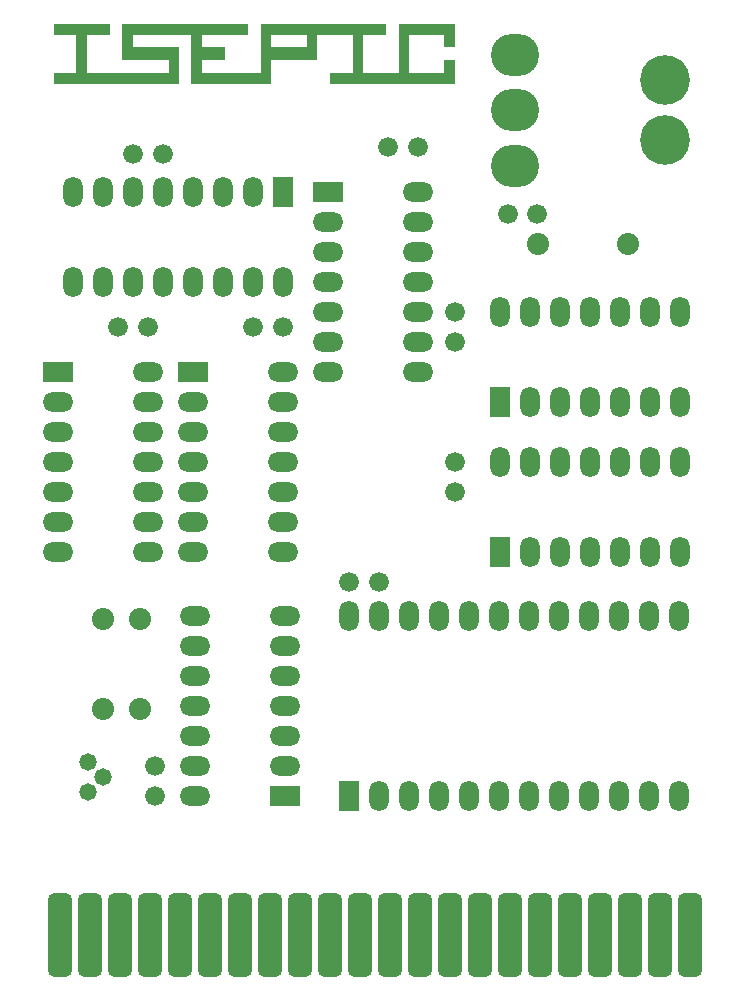
<source format=gts>
G04*
G04 #@! TF.GenerationSoftware,Altium Limited,Altium Designer,21.2.2 (38)*
G04*
G04 Layer_Color=8388736*
%FSLAX25Y25*%
%MOIN*%
G70*
G04*
G04 #@! TF.SameCoordinates,E534A7AC-AC44-48D5-B16F-5E538074D1C0*
G04*
G04*
G04 #@! TF.FilePolarity,Negative*
G04*
G01*
G75*
G04:AMPARAMS|DCode=14|XSize=81.73mil|YSize=278.58mil|CornerRadius=21.18mil|HoleSize=0mil|Usage=FLASHONLY|Rotation=0.000|XOffset=0mil|YOffset=0mil|HoleType=Round|Shape=RoundedRectangle|*
%AMROUNDEDRECTD14*
21,1,0.08173,0.23622,0,0,0.0*
21,1,0.03937,0.27858,0,0,0.0*
1,1,0.04236,0.01968,-0.11811*
1,1,0.04236,-0.01968,-0.11811*
1,1,0.04236,-0.01968,0.11811*
1,1,0.04236,0.01968,0.11811*
%
%ADD14ROUNDEDRECTD14*%
%ADD15R,0.10142X0.06598*%
%ADD16O,0.10142X0.06598*%
%ADD17C,0.05811*%
%ADD18C,0.06598*%
%ADD19C,0.07386*%
%ADD20O,0.16047X0.14079*%
%ADD21O,0.06598X0.10142*%
%ADD22R,0.06598X0.10142*%
%ADD23C,0.16548*%
G36*
X147327Y315822D02*
X143710D01*
Y319865D01*
X132114D01*
Y307205D01*
X143710D01*
Y311460D01*
X147327D01*
Y303375D01*
X105529D01*
X105516Y303388D01*
Y307205D01*
X113276D01*
X113256Y307224D01*
Y319865D01*
X101487D01*
X101473Y319852D01*
Y311460D01*
X86167D01*
X86153Y311447D01*
Y303375D01*
X59556D01*
X59330Y303601D01*
Y319865D01*
X40086D01*
Y315822D01*
X55407D01*
X55373Y315789D01*
Y303375D01*
X13596D01*
Y307205D01*
X21136D01*
X21149Y307218D01*
X21136Y307231D01*
Y319865D01*
X13596D01*
Y323588D01*
X32427D01*
Y319865D01*
X24660D01*
Y307218D01*
X51869D01*
X51882Y307205D01*
X51896Y307218D01*
Y311460D01*
X36469D01*
X36509Y311500D01*
Y323575D01*
X78480D01*
X78493Y323588D01*
Y319865D01*
X63173D01*
Y315822D01*
X70727D01*
Y311460D01*
X63186D01*
X63173Y311447D01*
Y307205D01*
X82536D01*
Y323588D01*
X124414D01*
X124453Y323549D01*
Y319865D01*
X116807D01*
X116793Y319852D01*
Y307205D01*
X128603D01*
Y323588D01*
X147327D01*
Y315822D01*
D02*
G37*
%LPC*%
G36*
X97856Y319865D02*
X86167D01*
Y315822D01*
X97843D01*
X97856Y315835D01*
Y319865D01*
D02*
G37*
%LPD*%
D14*
X225700Y19800D02*
D03*
X215700D02*
D03*
X205700D02*
D03*
X195700D02*
D03*
X185700D02*
D03*
X175700D02*
D03*
X165700D02*
D03*
X155700D02*
D03*
X145700D02*
D03*
X135700D02*
D03*
X125700D02*
D03*
X115700D02*
D03*
X105700D02*
D03*
X95700D02*
D03*
X85700D02*
D03*
X75700D02*
D03*
X65700D02*
D03*
X55700D02*
D03*
X45700D02*
D03*
X35700D02*
D03*
X25700D02*
D03*
X15700D02*
D03*
D15*
X105000Y267500D02*
D03*
X90551Y66100D02*
D03*
X60000Y207500D02*
D03*
X15000D02*
D03*
D16*
X90000Y157500D02*
D03*
X45000Y197500D02*
D03*
X90551Y76100D02*
D03*
Y86100D02*
D03*
Y96100D02*
D03*
Y106100D02*
D03*
Y116100D02*
D03*
Y126100D02*
D03*
X60551Y66100D02*
D03*
Y76100D02*
D03*
Y86100D02*
D03*
Y96100D02*
D03*
Y106100D02*
D03*
Y116100D02*
D03*
Y126100D02*
D03*
X60000Y197500D02*
D03*
Y187500D02*
D03*
Y177500D02*
D03*
Y167500D02*
D03*
Y157500D02*
D03*
Y147500D02*
D03*
X90000Y207500D02*
D03*
Y197500D02*
D03*
Y187500D02*
D03*
Y177500D02*
D03*
Y167500D02*
D03*
Y147500D02*
D03*
X15000Y197500D02*
D03*
Y187500D02*
D03*
Y177500D02*
D03*
Y167500D02*
D03*
Y157500D02*
D03*
Y147500D02*
D03*
X45000Y207500D02*
D03*
Y187500D02*
D03*
Y177500D02*
D03*
Y167500D02*
D03*
Y157500D02*
D03*
Y147500D02*
D03*
X105000Y257500D02*
D03*
Y247500D02*
D03*
Y237500D02*
D03*
Y227500D02*
D03*
Y217500D02*
D03*
Y207500D02*
D03*
X135000Y267500D02*
D03*
Y257500D02*
D03*
Y247500D02*
D03*
Y237500D02*
D03*
Y227500D02*
D03*
Y217500D02*
D03*
Y207500D02*
D03*
D17*
X25000Y67500D02*
D03*
X30000Y72500D02*
D03*
X25000Y77500D02*
D03*
D18*
X165000Y260000D02*
D03*
X174843D02*
D03*
X147500Y177500D02*
D03*
Y167500D02*
D03*
X45000Y222500D02*
D03*
X35000D02*
D03*
X122170Y137500D02*
D03*
X112170D02*
D03*
X40000Y280000D02*
D03*
X50000D02*
D03*
X147500Y217500D02*
D03*
Y227500D02*
D03*
X47500Y76100D02*
D03*
Y66100D02*
D03*
X125000Y282500D02*
D03*
X135000D02*
D03*
X80000Y222500D02*
D03*
X90000D02*
D03*
D19*
X205000Y250000D02*
D03*
X175000D02*
D03*
X30000Y125000D02*
D03*
Y95000D02*
D03*
X42500Y125000D02*
D03*
Y95000D02*
D03*
D20*
X167489Y276196D02*
D03*
Y294700D02*
D03*
Y313204D02*
D03*
D21*
X222500Y227500D02*
D03*
X212500D02*
D03*
X202500D02*
D03*
X192500D02*
D03*
X182500D02*
D03*
X172500D02*
D03*
X162500D02*
D03*
X222500Y197500D02*
D03*
X212500D02*
D03*
X202500D02*
D03*
X192500D02*
D03*
X182500D02*
D03*
X172500D02*
D03*
X90000Y237500D02*
D03*
X80000D02*
D03*
X30000D02*
D03*
X20000D02*
D03*
X70000D02*
D03*
X60000D02*
D03*
X50000D02*
D03*
X40000D02*
D03*
X20000Y267500D02*
D03*
X80000D02*
D03*
X70000D02*
D03*
X60000D02*
D03*
X50000D02*
D03*
X40000D02*
D03*
X30000D02*
D03*
X122170Y66100D02*
D03*
X132170D02*
D03*
X142170D02*
D03*
X152170D02*
D03*
X162170D02*
D03*
X172170D02*
D03*
X182170D02*
D03*
X192170D02*
D03*
X202170D02*
D03*
X212170D02*
D03*
X222170D02*
D03*
Y126100D02*
D03*
X212170D02*
D03*
X202170D02*
D03*
X192170D02*
D03*
X182170D02*
D03*
X172170D02*
D03*
X162170D02*
D03*
X152170D02*
D03*
X112170D02*
D03*
X122170D02*
D03*
X132170D02*
D03*
X142170D02*
D03*
X222500Y177500D02*
D03*
X212500D02*
D03*
X202500D02*
D03*
X192500D02*
D03*
X182500D02*
D03*
X172500D02*
D03*
X162500D02*
D03*
X222500Y147500D02*
D03*
X212500D02*
D03*
X202500D02*
D03*
X192500D02*
D03*
X182500D02*
D03*
X172500D02*
D03*
D22*
X162500Y197500D02*
D03*
X90000Y267500D02*
D03*
X112170Y66100D02*
D03*
X162500Y147500D02*
D03*
D23*
X217489Y284700D02*
D03*
Y304700D02*
D03*
M02*

</source>
